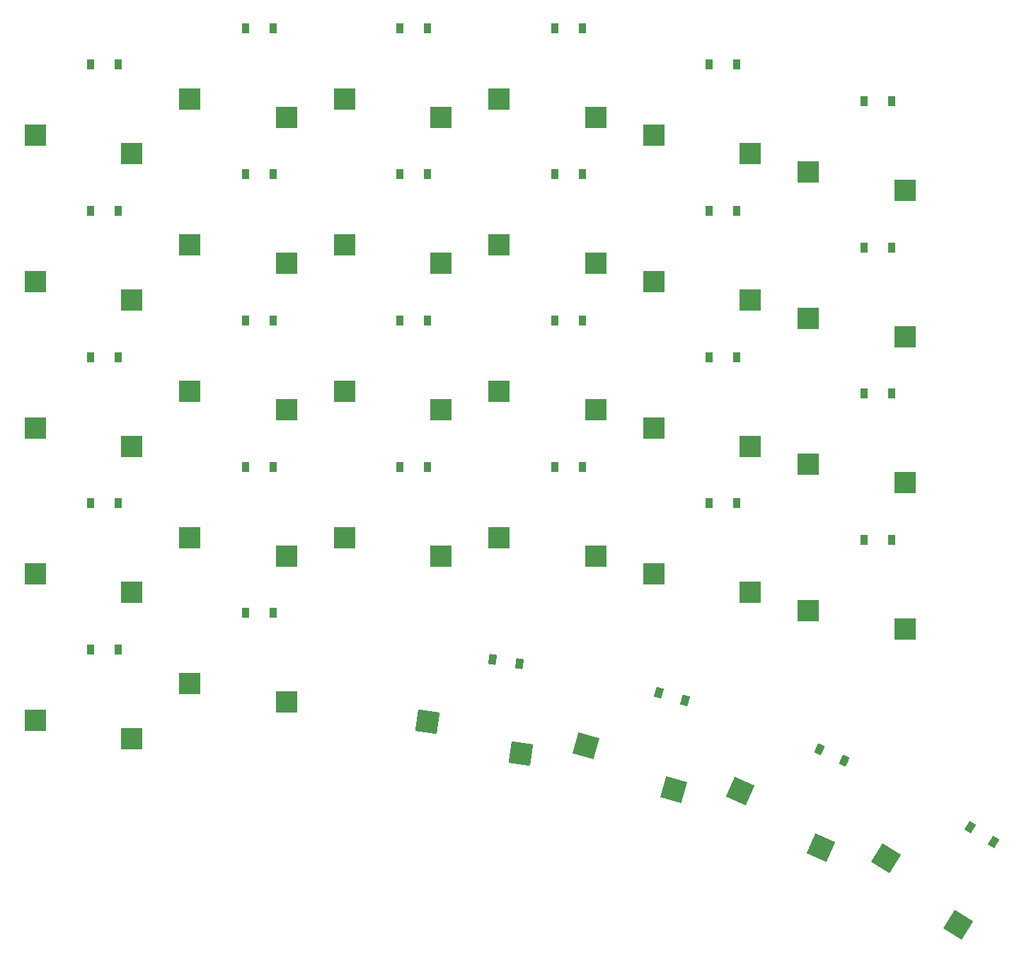
<source format=gbr>
%TF.GenerationSoftware,KiCad,Pcbnew,8.0.3*%
%TF.CreationDate,2024-06-13T00:20:47+02:00*%
%TF.ProjectId,protoeepyboard,70726f74-6f65-4657-9079-626f6172642e,1.0*%
%TF.SameCoordinates,Original*%
%TF.FileFunction,Paste,Bot*%
%TF.FilePolarity,Positive*%
%FSLAX46Y46*%
G04 Gerber Fmt 4.6, Leading zero omitted, Abs format (unit mm)*
G04 Created by KiCad (PCBNEW 8.0.3) date 2024-06-13 00:20:47*
%MOMM*%
%LPD*%
G01*
G04 APERTURE LIST*
G04 Aperture macros list*
%AMRotRect*
0 Rectangle, with rotation*
0 The origin of the aperture is its center*
0 $1 length*
0 $2 width*
0 $3 Rotation angle, in degrees counterclockwise*
0 Add horizontal line*
21,1,$1,$2,0,0,$3*%
G04 Aperture macros list end*
%ADD10R,0.900000X1.200000*%
%ADD11R,2.600000X2.600000*%
%ADD12RotRect,0.900000X1.200000X156.000000*%
%ADD13RotRect,2.600000X2.600000X148.000000*%
%ADD14RotRect,0.900000X1.200000X148.000000*%
%ADD15RotRect,0.900000X1.200000X164.000000*%
%ADD16RotRect,2.600000X2.600000X164.000000*%
%ADD17RotRect,0.900000X1.200000X172.000000*%
%ADD18RotRect,2.600000X2.600000X156.000000*%
%ADD19RotRect,2.600000X2.600000X172.000000*%
G04 APERTURE END LIST*
D10*
%TO.C,D23*%
X184175480Y-128090167D03*
X180875480Y-128090167D03*
%TD*%
%TO.C,D19*%
X165675484Y-123715163D03*
X162375484Y-123715163D03*
%TD*%
D11*
%TO.C,S24*%
X174250484Y-119040165D03*
X185800484Y-121240165D03*
%TD*%
%TO.C,S13*%
X118750479Y-92790168D03*
X130300479Y-94990168D03*
%TD*%
D10*
%TO.C,D21*%
X165675480Y-88715166D03*
X162375480Y-88715166D03*
%TD*%
D11*
%TO.C,S26*%
X174250483Y-84040161D03*
X185800483Y-86240161D03*
%TD*%
%TO.C,S14*%
X118750485Y-75290169D03*
X130300485Y-77490169D03*
%TD*%
%TO.C,S17*%
X137250478Y-92790166D03*
X148800478Y-94990166D03*
%TD*%
D10*
%TO.C,D11*%
X128675487Y-119340168D03*
X125375487Y-119340168D03*
%TD*%
%TO.C,D3*%
X91675480Y-106215168D03*
X88375480Y-106215168D03*
%TD*%
%TO.C,D15*%
X147175483Y-119340166D03*
X143875483Y-119340166D03*
%TD*%
%TO.C,D1*%
X91675486Y-141215163D03*
X88375486Y-141215163D03*
%TD*%
%TO.C,D5*%
X91675478Y-71215165D03*
X88375478Y-71215165D03*
%TD*%
%TO.C,D17*%
X147175482Y-84340166D03*
X143875482Y-84340166D03*
%TD*%
D11*
%TO.C,S20*%
X155750480Y-114665163D03*
X167300480Y-116865163D03*
%TD*%
D10*
%TO.C,D24*%
X184175481Y-110590164D03*
X180875481Y-110590164D03*
%TD*%
D11*
%TO.C,S23*%
X174250484Y-136540170D03*
X185800484Y-138740170D03*
%TD*%
D10*
%TO.C,D4*%
X91675480Y-88715167D03*
X88375480Y-88715167D03*
%TD*%
D11*
%TO.C,S25*%
X174250483Y-101540165D03*
X185800483Y-103740165D03*
%TD*%
D10*
%TO.C,D8*%
X110175484Y-101840164D03*
X106875484Y-101840164D03*
%TD*%
D11*
%TO.C,S18*%
X137250484Y-75290161D03*
X148800484Y-77490161D03*
%TD*%
D10*
%TO.C,D26*%
X184175481Y-75590168D03*
X180875481Y-75590168D03*
%TD*%
%TO.C,D13*%
X128675484Y-84340164D03*
X125375484Y-84340164D03*
%TD*%
D11*
%TO.C,S7*%
X100250484Y-127790168D03*
X111800484Y-129990168D03*
%TD*%
%TO.C,S1*%
X81750478Y-149665165D03*
X93300478Y-151865165D03*
%TD*%
%TO.C,S8*%
X100250480Y-110290167D03*
X111800480Y-112490167D03*
%TD*%
%TO.C,S15*%
X137250482Y-127790168D03*
X148800482Y-129990168D03*
%TD*%
%TO.C,S10*%
X100250480Y-75290159D03*
X111800480Y-77490159D03*
%TD*%
D12*
%TO.C,D29*%
X178557039Y-154485401D03*
X175542339Y-153143171D03*
%TD*%
D10*
%TO.C,D16*%
X147175482Y-101840166D03*
X143875482Y-101840166D03*
%TD*%
D11*
%TO.C,S6*%
X100250481Y-145290171D03*
X111800481Y-147490171D03*
%TD*%
D10*
%TO.C,D2*%
X91675486Y-123715164D03*
X88375486Y-123715164D03*
%TD*%
D13*
%TO.C,S30*%
X183505814Y-166140219D03*
X192134945Y-174126491D03*
%TD*%
D11*
%TO.C,S5*%
X81750481Y-79665166D03*
X93300481Y-81865166D03*
%TD*%
%TO.C,S16*%
X137250480Y-110290168D03*
X148800480Y-112490168D03*
%TD*%
D10*
%TO.C,D14*%
X128675483Y-66840168D03*
X125375483Y-66840168D03*
%TD*%
D11*
%TO.C,S12*%
X118750485Y-110290165D03*
X130300485Y-112490165D03*
%TD*%
%TO.C,S2*%
X81750480Y-132165169D03*
X93300480Y-134365169D03*
%TD*%
D14*
%TO.C,D30*%
X196400513Y-164233664D03*
X193601955Y-162484930D03*
%TD*%
D11*
%TO.C,S9*%
X100250484Y-92790164D03*
X111800484Y-94990164D03*
%TD*%
D10*
%TO.C,D25*%
X184175488Y-93090164D03*
X180875488Y-93090164D03*
%TD*%
D11*
%TO.C,S22*%
X155750483Y-79665169D03*
X167300483Y-81865169D03*
%TD*%
D10*
%TO.C,D7*%
X110175484Y-119340161D03*
X106875484Y-119340161D03*
%TD*%
D11*
%TO.C,S11*%
X118750483Y-127790165D03*
X130300483Y-129990165D03*
%TD*%
D10*
%TO.C,D10*%
X110175482Y-66840170D03*
X106875482Y-66840170D03*
%TD*%
D11*
%TO.C,S19*%
X155750483Y-132165168D03*
X167300483Y-134365168D03*
%TD*%
D15*
%TO.C,D28*%
X159530516Y-147315349D03*
X156358352Y-146405745D03*
%TD*%
D11*
%TO.C,S21*%
X155750482Y-97165169D03*
X167300482Y-99365169D03*
%TD*%
D16*
%TO.C,S28*%
X147660859Y-152702301D03*
X158157030Y-158000688D03*
%TD*%
D17*
%TO.C,D27*%
X139691285Y-142863045D03*
X136423401Y-142403773D03*
%TD*%
D10*
%TO.C,D18*%
X147175486Y-66840168D03*
X143875486Y-66840168D03*
%TD*%
%TO.C,D6*%
X110175485Y-136840169D03*
X106875485Y-136840169D03*
%TD*%
%TO.C,D9*%
X110175480Y-84340167D03*
X106875480Y-84340167D03*
%TD*%
%TO.C,D22*%
X165675483Y-71215161D03*
X162375483Y-71215161D03*
%TD*%
D11*
%TO.C,S4*%
X81750487Y-97165169D03*
X93300487Y-99365169D03*
%TD*%
%TO.C,S3*%
X81750478Y-114665165D03*
X93300478Y-116865165D03*
%TD*%
D18*
%TO.C,S29*%
X166053172Y-158167994D03*
X175709799Y-164875602D03*
%TD*%
D10*
%TO.C,D12*%
X128675479Y-101840165D03*
X125375479Y-101840165D03*
%TD*%
D19*
%TO.C,S27*%
X128686861Y-149849520D03*
X139818276Y-153635559D03*
%TD*%
D10*
%TO.C,D20*%
X165675482Y-106215167D03*
X162375482Y-106215167D03*
%TD*%
M02*

</source>
